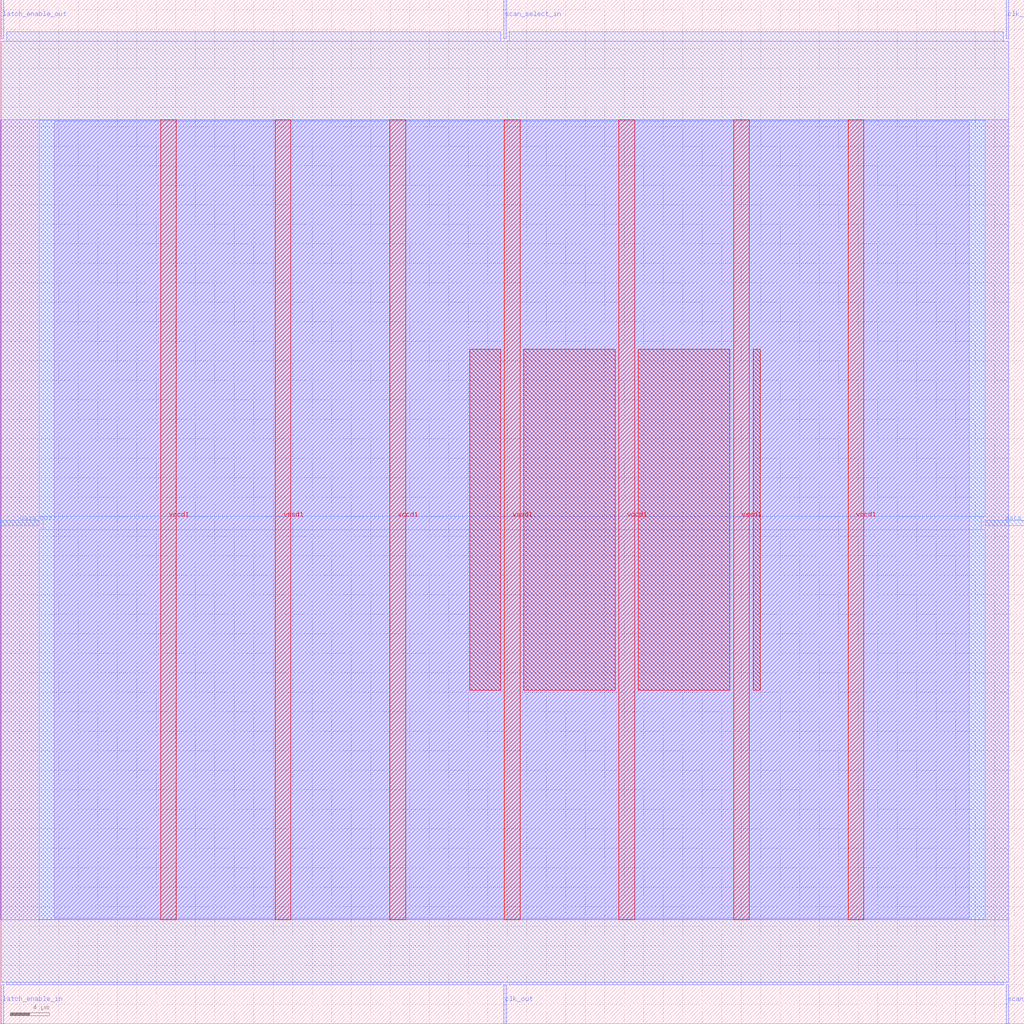
<source format=lef>
VERSION 5.7 ;
  NOWIREEXTENSIONATPIN ON ;
  DIVIDERCHAR "/" ;
  BUSBITCHARS "[]" ;
MACRO scan_wrapper_341493393195532884
  CLASS BLOCK ;
  FOREIGN scan_wrapper_341493393195532884 ;
  ORIGIN 0.000 0.000 ;
  SIZE 105.000 BY 105.000 ;
  PIN clk_in
    DIRECTION INPUT ;
    USE SIGNAL ;
    PORT
      LAYER met2 ;
        RECT 103.130 101.000 103.410 105.000 ;
    END
  END clk_in
  PIN clk_out
    DIRECTION OUTPUT TRISTATE ;
    USE SIGNAL ;
    PORT
      LAYER met2 ;
        RECT 51.610 0.000 51.890 4.000 ;
    END
  END clk_out
  PIN data_in
    DIRECTION INPUT ;
    USE SIGNAL ;
    PORT
      LAYER met3 ;
        RECT 101.000 51.040 105.000 51.640 ;
    END
  END data_in
  PIN data_out
    DIRECTION OUTPUT TRISTATE ;
    USE SIGNAL ;
    PORT
      LAYER met3 ;
        RECT 0.000 51.040 4.000 51.640 ;
    END
  END data_out
  PIN latch_enable_in
    DIRECTION INPUT ;
    USE SIGNAL ;
    PORT
      LAYER met2 ;
        RECT 0.090 0.000 0.370 4.000 ;
    END
  END latch_enable_in
  PIN latch_enable_out
    DIRECTION OUTPUT TRISTATE ;
    USE SIGNAL ;
    PORT
      LAYER met2 ;
        RECT 0.090 101.000 0.370 105.000 ;
    END
  END latch_enable_out
  PIN scan_select_in
    DIRECTION INPUT ;
    USE SIGNAL ;
    PORT
      LAYER met2 ;
        RECT 51.610 101.000 51.890 105.000 ;
    END
  END scan_select_in
  PIN scan_select_out
    DIRECTION OUTPUT TRISTATE ;
    USE SIGNAL ;
    PORT
      LAYER met2 ;
        RECT 103.130 0.000 103.410 4.000 ;
    END
  END scan_select_out
  PIN vccd1
    DIRECTION INOUT ;
    USE POWER ;
    PORT
      LAYER met4 ;
        RECT 16.465 10.640 18.065 92.720 ;
    END
    PORT
      LAYER met4 ;
        RECT 39.955 10.640 41.555 92.720 ;
    END
    PORT
      LAYER met4 ;
        RECT 63.445 10.640 65.045 92.720 ;
    END
    PORT
      LAYER met4 ;
        RECT 86.935 10.640 88.535 92.720 ;
    END
  END vccd1
  PIN vssd1
    DIRECTION INOUT ;
    USE GROUND ;
    PORT
      LAYER met4 ;
        RECT 28.210 10.640 29.810 92.720 ;
    END
    PORT
      LAYER met4 ;
        RECT 51.700 10.640 53.300 92.720 ;
    END
    PORT
      LAYER met4 ;
        RECT 75.190 10.640 76.790 92.720 ;
    END
  END vssd1
  OBS
      LAYER li1 ;
        RECT 5.520 10.795 99.360 92.565 ;
      LAYER met1 ;
        RECT 0.070 10.640 103.430 92.720 ;
      LAYER met2 ;
        RECT 0.650 100.720 51.330 101.730 ;
        RECT 52.170 100.720 102.850 101.730 ;
        RECT 0.100 4.280 103.400 100.720 ;
        RECT 0.650 4.000 51.330 4.280 ;
        RECT 52.170 4.000 102.850 4.280 ;
      LAYER met3 ;
        RECT 4.000 52.040 101.000 92.645 ;
        RECT 4.400 50.640 100.600 52.040 ;
        RECT 4.000 10.715 101.000 50.640 ;
      LAYER met4 ;
        RECT 48.135 34.175 51.300 69.185 ;
        RECT 53.700 34.175 63.045 69.185 ;
        RECT 65.445 34.175 74.790 69.185 ;
        RECT 77.190 34.175 77.905 69.185 ;
  END
END scan_wrapper_341493393195532884
END LIBRARY


</source>
